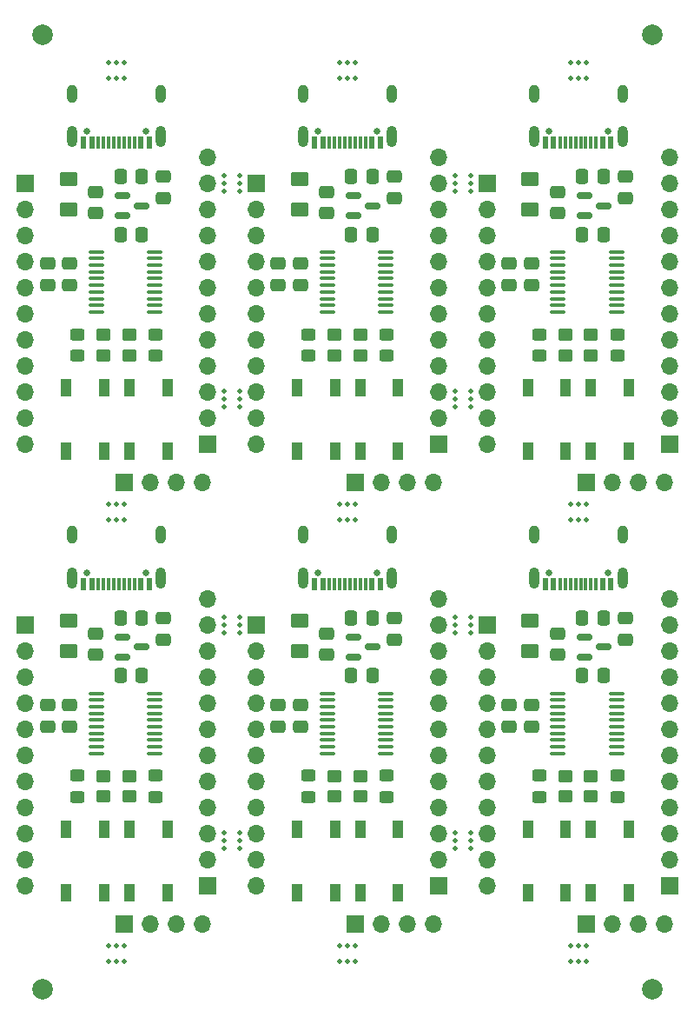
<source format=gbr>
%TF.GenerationSoftware,KiCad,Pcbnew,(6.0.8)*%
%TF.CreationDate,2023-05-03T14:57:19+02:00*%
%TF.ProjectId,Floppy Board v3.1,466c6f70-7079-4204-926f-617264207633,3.0*%
%TF.SameCoordinates,Original*%
%TF.FileFunction,Soldermask,Top*%
%TF.FilePolarity,Negative*%
%FSLAX46Y46*%
G04 Gerber Fmt 4.6, Leading zero omitted, Abs format (unit mm)*
G04 Created by KiCad (PCBNEW (6.0.8)) date 2023-05-03 14:57:19*
%MOMM*%
%LPD*%
G01*
G04 APERTURE LIST*
G04 Aperture macros list*
%AMRoundRect*
0 Rectangle with rounded corners*
0 $1 Rounding radius*
0 $2 $3 $4 $5 $6 $7 $8 $9 X,Y pos of 4 corners*
0 Add a 4 corners polygon primitive as box body*
4,1,4,$2,$3,$4,$5,$6,$7,$8,$9,$2,$3,0*
0 Add four circle primitives for the rounded corners*
1,1,$1+$1,$2,$3*
1,1,$1+$1,$4,$5*
1,1,$1+$1,$6,$7*
1,1,$1+$1,$8,$9*
0 Add four rect primitives between the rounded corners*
20,1,$1+$1,$2,$3,$4,$5,0*
20,1,$1+$1,$4,$5,$6,$7,0*
20,1,$1+$1,$6,$7,$8,$9,0*
20,1,$1+$1,$8,$9,$2,$3,0*%
G04 Aperture macros list end*
%ADD10C,0.500000*%
%ADD11C,2.000000*%
%ADD12RoundRect,0.250000X-0.475000X0.337500X-0.475000X-0.337500X0.475000X-0.337500X0.475000X0.337500X0*%
%ADD13R,1.700000X1.700000*%
%ADD14O,1.700000X1.700000*%
%ADD15RoundRect,0.250000X0.450000X-0.350000X0.450000X0.350000X-0.450000X0.350000X-0.450000X-0.350000X0*%
%ADD16RoundRect,0.250001X-0.624999X0.462499X-0.624999X-0.462499X0.624999X-0.462499X0.624999X0.462499X0*%
%ADD17RoundRect,0.250000X0.475000X-0.337500X0.475000X0.337500X-0.475000X0.337500X-0.475000X-0.337500X0*%
%ADD18RoundRect,0.150000X-0.587500X-0.150000X0.587500X-0.150000X0.587500X0.150000X-0.587500X0.150000X0*%
%ADD19RoundRect,0.100000X-0.637500X-0.100000X0.637500X-0.100000X0.637500X0.100000X-0.637500X0.100000X0*%
%ADD20RoundRect,0.250000X0.337500X0.475000X-0.337500X0.475000X-0.337500X-0.475000X0.337500X-0.475000X0*%
%ADD21C,0.650000*%
%ADD22R,0.600000X1.150000*%
%ADD23R,0.300000X1.150000*%
%ADD24O,1.000000X2.100000*%
%ADD25O,1.000000X1.800000*%
%ADD26R,1.100000X1.800000*%
%ADD27RoundRect,0.250000X0.450000X-0.325000X0.450000X0.325000X-0.450000X0.325000X-0.450000X-0.325000X0*%
%ADD28RoundRect,0.250000X-0.450000X0.350000X-0.450000X-0.350000X0.450000X-0.350000X0.450000X0.350000X0*%
G04 APERTURE END LIST*
D10*
%TO.C,mouse-bite-2mm-slot*%
X150062000Y-126058000D03*
X151562000Y-126058000D03*
X150062000Y-127558000D03*
X151562000Y-127558000D03*
X151562000Y-126808000D03*
X150062000Y-126808000D03*
%TD*%
%TO.C,mouse-bite-2mm-slot*%
X150062000Y-106558000D03*
X151562000Y-106558000D03*
X150062000Y-105058000D03*
X151562000Y-105058000D03*
X151562000Y-105808000D03*
X150062000Y-105808000D03*
%TD*%
%TO.C,mouse-bite-2mm-slot*%
X127562000Y-126058000D03*
X129062000Y-126058000D03*
X127562000Y-127558000D03*
X129062000Y-127558000D03*
X129062000Y-126808000D03*
X127562000Y-126808000D03*
%TD*%
%TO.C,mouse-bite-2mm-slot*%
X127562000Y-106558000D03*
X129062000Y-106558000D03*
X127562000Y-105058000D03*
X129062000Y-105058000D03*
X129062000Y-105808000D03*
X127562000Y-105808000D03*
%TD*%
%TO.C,mouse-bite-2mm-slot*%
X150062000Y-83058000D03*
X151562000Y-83058000D03*
X150062000Y-84558000D03*
X151562000Y-84558000D03*
X151562000Y-83808000D03*
X150062000Y-83808000D03*
%TD*%
%TO.C,mouse-bite-2mm-slot*%
X150062000Y-63558000D03*
X151562000Y-63558000D03*
X150062000Y-62058000D03*
X151562000Y-62058000D03*
X151562000Y-62808000D03*
X150062000Y-62808000D03*
%TD*%
%TO.C,mouse-bite-2mm-slot*%
X127562000Y-83058000D03*
X129062000Y-83058000D03*
X127562000Y-84558000D03*
X129062000Y-84558000D03*
X129062000Y-83808000D03*
X127562000Y-83808000D03*
%TD*%
%TO.C,mouse-bite-2mm-slot*%
X127562000Y-63558000D03*
X129062000Y-63558000D03*
X127562000Y-62058000D03*
X129062000Y-62058000D03*
X129062000Y-62808000D03*
X127562000Y-62808000D03*
%TD*%
%TO.C,mouse-bite-2mm-slot*%
X161312000Y-51058000D03*
X161312000Y-52558000D03*
X162812000Y-51058000D03*
X162812000Y-52558000D03*
X162062000Y-52558000D03*
X162062000Y-51058000D03*
%TD*%
%TO.C,mouse-bite-2mm-slot*%
X138812000Y-51058000D03*
X138812000Y-52558000D03*
X140312000Y-51058000D03*
X140312000Y-52558000D03*
X139562000Y-52558000D03*
X139562000Y-51058000D03*
%TD*%
%TO.C,mouse-bite-2mm-slot*%
X116312000Y-51058000D03*
X116312000Y-52558000D03*
X117812000Y-51058000D03*
X117812000Y-52558000D03*
X117062000Y-52558000D03*
X117062000Y-51058000D03*
%TD*%
%TO.C,mouse-bite-2mm-slot*%
X161312000Y-94058000D03*
X161312000Y-95558000D03*
X162812000Y-94058000D03*
X162812000Y-95558000D03*
X162062000Y-95558000D03*
X162062000Y-94058000D03*
%TD*%
%TO.C,mouse-bite-2mm-slot*%
X138812000Y-94058000D03*
X138812000Y-95558000D03*
X140312000Y-94058000D03*
X140312000Y-95558000D03*
X139562000Y-95558000D03*
X139562000Y-94058000D03*
%TD*%
%TO.C,mouse-bite-2mm-slot*%
X116312000Y-94058000D03*
X116312000Y-95558000D03*
X117812000Y-94058000D03*
X117812000Y-95558000D03*
X117062000Y-95558000D03*
X117062000Y-94058000D03*
%TD*%
%TO.C,mouse-bite-2mm-slot*%
X161312000Y-137058000D03*
X161312000Y-138558000D03*
X162812000Y-137058000D03*
X162812000Y-138558000D03*
X162062000Y-138558000D03*
X162062000Y-137058000D03*
%TD*%
%TO.C,mouse-bite-2mm-slot*%
X138812000Y-137058000D03*
X138812000Y-138558000D03*
X140312000Y-137058000D03*
X140312000Y-138558000D03*
X139562000Y-138558000D03*
X139562000Y-137058000D03*
%TD*%
D11*
%TO.C,REF\u002A\u002A*%
X169312000Y-48308000D03*
%TD*%
%TO.C,REF\u002A\u002A*%
X109812000Y-48308000D03*
%TD*%
%TO.C,REF\u002A\u002A*%
X169312000Y-141308000D03*
%TD*%
%TO.C,REF\u002A\u002A*%
X109812000Y-141308000D03*
%TD*%
D10*
%TO.C,mouse-bite-2mm-slot*%
X117812000Y-137058000D03*
X117062000Y-137058000D03*
X116312000Y-138558000D03*
X117812000Y-138558000D03*
X116312000Y-137058000D03*
X117062000Y-138558000D03*
%TD*%
D12*
%TO.C,C1*%
X155321000Y-113640500D03*
X155321000Y-115715500D03*
%TD*%
D13*
%TO.C,J3*%
X153162000Y-105788000D03*
D14*
X153162000Y-108328000D03*
X153162000Y-110868000D03*
X153162000Y-113408000D03*
X153162000Y-115948000D03*
X153162000Y-118488000D03*
X153162000Y-121028000D03*
X153162000Y-123568000D03*
X153162000Y-126108000D03*
X153162000Y-128648000D03*
X153162000Y-131188000D03*
%TD*%
D12*
%TO.C,C7*%
X166624000Y-105156900D03*
X166624000Y-107231900D03*
%TD*%
D13*
%TO.C,J4*%
X170942000Y-131188000D03*
D14*
X170942000Y-128648000D03*
X170942000Y-126108000D03*
X170942000Y-123568000D03*
X170942000Y-121028000D03*
X170942000Y-118488000D03*
X170942000Y-115948000D03*
X170942000Y-113408000D03*
X170942000Y-110868000D03*
X170942000Y-108328000D03*
X170942000Y-105788000D03*
X170942000Y-103248000D03*
%TD*%
D13*
%TO.C,J1*%
X162822000Y-134938000D03*
D14*
X165362000Y-134938000D03*
X167902000Y-134938000D03*
X170442000Y-134938000D03*
%TD*%
D15*
%TO.C,R4*%
X163307000Y-122536000D03*
X163307000Y-120536000D03*
%TD*%
D16*
%TO.C,F1*%
X157378400Y-105418100D03*
X157378400Y-108393100D03*
%TD*%
D17*
%TO.C,C5*%
X160020000Y-108705100D03*
X160020000Y-106630100D03*
%TD*%
D18*
%TO.C,U3*%
X162638500Y-107022400D03*
X162638500Y-108922400D03*
X164513500Y-107972400D03*
%TD*%
D19*
%TO.C,U1*%
X160078500Y-112481000D03*
X160078500Y-113131000D03*
X160078500Y-113781000D03*
X160078500Y-114431000D03*
X160078500Y-115081000D03*
X160078500Y-115731000D03*
X160078500Y-116381000D03*
X160078500Y-117031000D03*
X160078500Y-117681000D03*
X160078500Y-118331000D03*
X165803500Y-118331000D03*
X165803500Y-117681000D03*
X165803500Y-117031000D03*
X165803500Y-116381000D03*
X165803500Y-115731000D03*
X165803500Y-115081000D03*
X165803500Y-114431000D03*
X165803500Y-113781000D03*
X165803500Y-113131000D03*
X165803500Y-112481000D03*
%TD*%
D20*
%TO.C,C6*%
X164508000Y-105153000D03*
X162433000Y-105153000D03*
%TD*%
D12*
%TO.C,C2*%
X157480000Y-113640500D03*
X157480000Y-115715500D03*
%TD*%
D21*
%TO.C,J2*%
X164947000Y-100730500D03*
X159167000Y-100730500D03*
D22*
X165257000Y-101805500D03*
X164457000Y-101805500D03*
D23*
X163807000Y-101805500D03*
X163307000Y-101805500D03*
X162807000Y-101805500D03*
X162307000Y-101805500D03*
X161807000Y-101805500D03*
X161307000Y-101805500D03*
X160807000Y-101805500D03*
X160307000Y-101805500D03*
D22*
X159657000Y-101805500D03*
X158857000Y-101805500D03*
D24*
X157737000Y-101230500D03*
D25*
X157737000Y-97050500D03*
D24*
X166377000Y-101230500D03*
D25*
X166377000Y-97050500D03*
%TD*%
D26*
%TO.C,SW2*%
X157154000Y-125700400D03*
X157154000Y-131900400D03*
X160854000Y-125700400D03*
X160854000Y-131900400D03*
%TD*%
D27*
%TO.C,D2*%
X165862000Y-122561000D03*
X165862000Y-120511000D03*
%TD*%
%TO.C,D4*%
X158242000Y-122561000D03*
X158242000Y-120511000D03*
%TD*%
D20*
%TO.C,C4*%
X164511900Y-110766400D03*
X162436900Y-110766400D03*
%TD*%
D28*
%TO.C,R5*%
X160797000Y-120536000D03*
X160797000Y-122536000D03*
%TD*%
D26*
%TO.C,SW1*%
X167000800Y-131900400D03*
X167000800Y-125700400D03*
X163300800Y-125700400D03*
X163300800Y-131900400D03*
%TD*%
D12*
%TO.C,C1*%
X155321000Y-70640500D03*
X155321000Y-72715500D03*
%TD*%
D13*
%TO.C,J3*%
X153162000Y-62788000D03*
D14*
X153162000Y-65328000D03*
X153162000Y-67868000D03*
X153162000Y-70408000D03*
X153162000Y-72948000D03*
X153162000Y-75488000D03*
X153162000Y-78028000D03*
X153162000Y-80568000D03*
X153162000Y-83108000D03*
X153162000Y-85648000D03*
X153162000Y-88188000D03*
%TD*%
D12*
%TO.C,C7*%
X166624000Y-62156900D03*
X166624000Y-64231900D03*
%TD*%
D13*
%TO.C,J4*%
X170942000Y-88188000D03*
D14*
X170942000Y-85648000D03*
X170942000Y-83108000D03*
X170942000Y-80568000D03*
X170942000Y-78028000D03*
X170942000Y-75488000D03*
X170942000Y-72948000D03*
X170942000Y-70408000D03*
X170942000Y-67868000D03*
X170942000Y-65328000D03*
X170942000Y-62788000D03*
X170942000Y-60248000D03*
%TD*%
D13*
%TO.C,J1*%
X162822000Y-91938000D03*
D14*
X165362000Y-91938000D03*
X167902000Y-91938000D03*
X170442000Y-91938000D03*
%TD*%
D15*
%TO.C,R4*%
X163307000Y-79536000D03*
X163307000Y-77536000D03*
%TD*%
D16*
%TO.C,F1*%
X157378400Y-62418100D03*
X157378400Y-65393100D03*
%TD*%
D17*
%TO.C,C5*%
X160020000Y-65705100D03*
X160020000Y-63630100D03*
%TD*%
D18*
%TO.C,U3*%
X162638500Y-64022400D03*
X162638500Y-65922400D03*
X164513500Y-64972400D03*
%TD*%
D19*
%TO.C,U1*%
X160078500Y-69481000D03*
X160078500Y-70131000D03*
X160078500Y-70781000D03*
X160078500Y-71431000D03*
X160078500Y-72081000D03*
X160078500Y-72731000D03*
X160078500Y-73381000D03*
X160078500Y-74031000D03*
X160078500Y-74681000D03*
X160078500Y-75331000D03*
X165803500Y-75331000D03*
X165803500Y-74681000D03*
X165803500Y-74031000D03*
X165803500Y-73381000D03*
X165803500Y-72731000D03*
X165803500Y-72081000D03*
X165803500Y-71431000D03*
X165803500Y-70781000D03*
X165803500Y-70131000D03*
X165803500Y-69481000D03*
%TD*%
D20*
%TO.C,C6*%
X164508000Y-62153000D03*
X162433000Y-62153000D03*
%TD*%
D12*
%TO.C,C2*%
X157480000Y-70640500D03*
X157480000Y-72715500D03*
%TD*%
D21*
%TO.C,J2*%
X164947000Y-57730500D03*
X159167000Y-57730500D03*
D22*
X165257000Y-58805500D03*
X164457000Y-58805500D03*
D23*
X163807000Y-58805500D03*
X163307000Y-58805500D03*
X162807000Y-58805500D03*
X162307000Y-58805500D03*
X161807000Y-58805500D03*
X161307000Y-58805500D03*
X160807000Y-58805500D03*
X160307000Y-58805500D03*
D22*
X159657000Y-58805500D03*
X158857000Y-58805500D03*
D24*
X157737000Y-58230500D03*
D25*
X157737000Y-54050500D03*
D24*
X166377000Y-58230500D03*
D25*
X166377000Y-54050500D03*
%TD*%
D26*
%TO.C,SW2*%
X157154000Y-82700400D03*
X157154000Y-88900400D03*
X160854000Y-82700400D03*
X160854000Y-88900400D03*
%TD*%
D27*
%TO.C,D2*%
X165862000Y-79561000D03*
X165862000Y-77511000D03*
%TD*%
%TO.C,D4*%
X158242000Y-79561000D03*
X158242000Y-77511000D03*
%TD*%
D20*
%TO.C,C4*%
X164511900Y-67766400D03*
X162436900Y-67766400D03*
%TD*%
D28*
%TO.C,R5*%
X160797000Y-77536000D03*
X160797000Y-79536000D03*
%TD*%
D26*
%TO.C,SW1*%
X167000800Y-88900400D03*
X167000800Y-82700400D03*
X163300800Y-82700400D03*
X163300800Y-88900400D03*
%TD*%
D12*
%TO.C,C1*%
X132821000Y-113640500D03*
X132821000Y-115715500D03*
%TD*%
D13*
%TO.C,J3*%
X130662000Y-105788000D03*
D14*
X130662000Y-108328000D03*
X130662000Y-110868000D03*
X130662000Y-113408000D03*
X130662000Y-115948000D03*
X130662000Y-118488000D03*
X130662000Y-121028000D03*
X130662000Y-123568000D03*
X130662000Y-126108000D03*
X130662000Y-128648000D03*
X130662000Y-131188000D03*
%TD*%
D12*
%TO.C,C7*%
X144124000Y-105156900D03*
X144124000Y-107231900D03*
%TD*%
D13*
%TO.C,J4*%
X148442000Y-131188000D03*
D14*
X148442000Y-128648000D03*
X148442000Y-126108000D03*
X148442000Y-123568000D03*
X148442000Y-121028000D03*
X148442000Y-118488000D03*
X148442000Y-115948000D03*
X148442000Y-113408000D03*
X148442000Y-110868000D03*
X148442000Y-108328000D03*
X148442000Y-105788000D03*
X148442000Y-103248000D03*
%TD*%
D13*
%TO.C,J1*%
X140322000Y-134938000D03*
D14*
X142862000Y-134938000D03*
X145402000Y-134938000D03*
X147942000Y-134938000D03*
%TD*%
D15*
%TO.C,R4*%
X140807000Y-122536000D03*
X140807000Y-120536000D03*
%TD*%
D16*
%TO.C,F1*%
X134878400Y-105418100D03*
X134878400Y-108393100D03*
%TD*%
D17*
%TO.C,C5*%
X137520000Y-108705100D03*
X137520000Y-106630100D03*
%TD*%
D18*
%TO.C,U3*%
X140138500Y-107022400D03*
X140138500Y-108922400D03*
X142013500Y-107972400D03*
%TD*%
D19*
%TO.C,U1*%
X137578500Y-112481000D03*
X137578500Y-113131000D03*
X137578500Y-113781000D03*
X137578500Y-114431000D03*
X137578500Y-115081000D03*
X137578500Y-115731000D03*
X137578500Y-116381000D03*
X137578500Y-117031000D03*
X137578500Y-117681000D03*
X137578500Y-118331000D03*
X143303500Y-118331000D03*
X143303500Y-117681000D03*
X143303500Y-117031000D03*
X143303500Y-116381000D03*
X143303500Y-115731000D03*
X143303500Y-115081000D03*
X143303500Y-114431000D03*
X143303500Y-113781000D03*
X143303500Y-113131000D03*
X143303500Y-112481000D03*
%TD*%
D20*
%TO.C,C6*%
X142008000Y-105153000D03*
X139933000Y-105153000D03*
%TD*%
D12*
%TO.C,C2*%
X134980000Y-113640500D03*
X134980000Y-115715500D03*
%TD*%
D21*
%TO.C,J2*%
X142447000Y-100730500D03*
X136667000Y-100730500D03*
D22*
X142757000Y-101805500D03*
X141957000Y-101805500D03*
D23*
X141307000Y-101805500D03*
X140807000Y-101805500D03*
X140307000Y-101805500D03*
X139807000Y-101805500D03*
X139307000Y-101805500D03*
X138807000Y-101805500D03*
X138307000Y-101805500D03*
X137807000Y-101805500D03*
D22*
X137157000Y-101805500D03*
X136357000Y-101805500D03*
D24*
X135237000Y-101230500D03*
D25*
X135237000Y-97050500D03*
D24*
X143877000Y-101230500D03*
D25*
X143877000Y-97050500D03*
%TD*%
D26*
%TO.C,SW2*%
X134654000Y-125700400D03*
X134654000Y-131900400D03*
X138354000Y-125700400D03*
X138354000Y-131900400D03*
%TD*%
D27*
%TO.C,D2*%
X143362000Y-122561000D03*
X143362000Y-120511000D03*
%TD*%
%TO.C,D4*%
X135742000Y-122561000D03*
X135742000Y-120511000D03*
%TD*%
D20*
%TO.C,C4*%
X142011900Y-110766400D03*
X139936900Y-110766400D03*
%TD*%
D28*
%TO.C,R5*%
X138297000Y-120536000D03*
X138297000Y-122536000D03*
%TD*%
D26*
%TO.C,SW1*%
X144500800Y-131900400D03*
X144500800Y-125700400D03*
X140800800Y-125700400D03*
X140800800Y-131900400D03*
%TD*%
D12*
%TO.C,C1*%
X132821000Y-70640500D03*
X132821000Y-72715500D03*
%TD*%
D13*
%TO.C,J3*%
X130662000Y-62788000D03*
D14*
X130662000Y-65328000D03*
X130662000Y-67868000D03*
X130662000Y-70408000D03*
X130662000Y-72948000D03*
X130662000Y-75488000D03*
X130662000Y-78028000D03*
X130662000Y-80568000D03*
X130662000Y-83108000D03*
X130662000Y-85648000D03*
X130662000Y-88188000D03*
%TD*%
D12*
%TO.C,C7*%
X144124000Y-62156900D03*
X144124000Y-64231900D03*
%TD*%
D13*
%TO.C,J4*%
X148442000Y-88188000D03*
D14*
X148442000Y-85648000D03*
X148442000Y-83108000D03*
X148442000Y-80568000D03*
X148442000Y-78028000D03*
X148442000Y-75488000D03*
X148442000Y-72948000D03*
X148442000Y-70408000D03*
X148442000Y-67868000D03*
X148442000Y-65328000D03*
X148442000Y-62788000D03*
X148442000Y-60248000D03*
%TD*%
D13*
%TO.C,J1*%
X140322000Y-91938000D03*
D14*
X142862000Y-91938000D03*
X145402000Y-91938000D03*
X147942000Y-91938000D03*
%TD*%
D15*
%TO.C,R4*%
X140807000Y-79536000D03*
X140807000Y-77536000D03*
%TD*%
D16*
%TO.C,F1*%
X134878400Y-62418100D03*
X134878400Y-65393100D03*
%TD*%
D17*
%TO.C,C5*%
X137520000Y-65705100D03*
X137520000Y-63630100D03*
%TD*%
D18*
%TO.C,U3*%
X140138500Y-64022400D03*
X140138500Y-65922400D03*
X142013500Y-64972400D03*
%TD*%
D19*
%TO.C,U1*%
X137578500Y-69481000D03*
X137578500Y-70131000D03*
X137578500Y-70781000D03*
X137578500Y-71431000D03*
X137578500Y-72081000D03*
X137578500Y-72731000D03*
X137578500Y-73381000D03*
X137578500Y-74031000D03*
X137578500Y-74681000D03*
X137578500Y-75331000D03*
X143303500Y-75331000D03*
X143303500Y-74681000D03*
X143303500Y-74031000D03*
X143303500Y-73381000D03*
X143303500Y-72731000D03*
X143303500Y-72081000D03*
X143303500Y-71431000D03*
X143303500Y-70781000D03*
X143303500Y-70131000D03*
X143303500Y-69481000D03*
%TD*%
D20*
%TO.C,C6*%
X142008000Y-62153000D03*
X139933000Y-62153000D03*
%TD*%
D12*
%TO.C,C2*%
X134980000Y-70640500D03*
X134980000Y-72715500D03*
%TD*%
D21*
%TO.C,J2*%
X142447000Y-57730500D03*
X136667000Y-57730500D03*
D22*
X142757000Y-58805500D03*
X141957000Y-58805500D03*
D23*
X141307000Y-58805500D03*
X140807000Y-58805500D03*
X140307000Y-58805500D03*
X139807000Y-58805500D03*
X139307000Y-58805500D03*
X138807000Y-58805500D03*
X138307000Y-58805500D03*
X137807000Y-58805500D03*
D22*
X137157000Y-58805500D03*
X136357000Y-58805500D03*
D24*
X135237000Y-58230500D03*
D25*
X135237000Y-54050500D03*
D24*
X143877000Y-58230500D03*
D25*
X143877000Y-54050500D03*
%TD*%
D26*
%TO.C,SW2*%
X134654000Y-82700400D03*
X134654000Y-88900400D03*
X138354000Y-82700400D03*
X138354000Y-88900400D03*
%TD*%
D27*
%TO.C,D2*%
X143362000Y-79561000D03*
X143362000Y-77511000D03*
%TD*%
%TO.C,D4*%
X135742000Y-79561000D03*
X135742000Y-77511000D03*
%TD*%
D20*
%TO.C,C4*%
X142011900Y-67766400D03*
X139936900Y-67766400D03*
%TD*%
D28*
%TO.C,R5*%
X138297000Y-77536000D03*
X138297000Y-79536000D03*
%TD*%
D26*
%TO.C,SW1*%
X144500800Y-88900400D03*
X144500800Y-82700400D03*
X140800800Y-82700400D03*
X140800800Y-88900400D03*
%TD*%
D12*
%TO.C,C1*%
X110321000Y-113640500D03*
X110321000Y-115715500D03*
%TD*%
D13*
%TO.C,J3*%
X108162000Y-105788000D03*
D14*
X108162000Y-108328000D03*
X108162000Y-110868000D03*
X108162000Y-113408000D03*
X108162000Y-115948000D03*
X108162000Y-118488000D03*
X108162000Y-121028000D03*
X108162000Y-123568000D03*
X108162000Y-126108000D03*
X108162000Y-128648000D03*
X108162000Y-131188000D03*
%TD*%
D12*
%TO.C,C7*%
X121624000Y-105156900D03*
X121624000Y-107231900D03*
%TD*%
D13*
%TO.C,J4*%
X125942000Y-131188000D03*
D14*
X125942000Y-128648000D03*
X125942000Y-126108000D03*
X125942000Y-123568000D03*
X125942000Y-121028000D03*
X125942000Y-118488000D03*
X125942000Y-115948000D03*
X125942000Y-113408000D03*
X125942000Y-110868000D03*
X125942000Y-108328000D03*
X125942000Y-105788000D03*
X125942000Y-103248000D03*
%TD*%
D13*
%TO.C,J1*%
X117822000Y-134938000D03*
D14*
X120362000Y-134938000D03*
X122902000Y-134938000D03*
X125442000Y-134938000D03*
%TD*%
D15*
%TO.C,R4*%
X118307000Y-122536000D03*
X118307000Y-120536000D03*
%TD*%
D16*
%TO.C,F1*%
X112378400Y-105418100D03*
X112378400Y-108393100D03*
%TD*%
D17*
%TO.C,C5*%
X115020000Y-108705100D03*
X115020000Y-106630100D03*
%TD*%
D18*
%TO.C,U3*%
X117638500Y-107022400D03*
X117638500Y-108922400D03*
X119513500Y-107972400D03*
%TD*%
D19*
%TO.C,U1*%
X115078500Y-112481000D03*
X115078500Y-113131000D03*
X115078500Y-113781000D03*
X115078500Y-114431000D03*
X115078500Y-115081000D03*
X115078500Y-115731000D03*
X115078500Y-116381000D03*
X115078500Y-117031000D03*
X115078500Y-117681000D03*
X115078500Y-118331000D03*
X120803500Y-118331000D03*
X120803500Y-117681000D03*
X120803500Y-117031000D03*
X120803500Y-116381000D03*
X120803500Y-115731000D03*
X120803500Y-115081000D03*
X120803500Y-114431000D03*
X120803500Y-113781000D03*
X120803500Y-113131000D03*
X120803500Y-112481000D03*
%TD*%
D20*
%TO.C,C6*%
X119508000Y-105153000D03*
X117433000Y-105153000D03*
%TD*%
D12*
%TO.C,C2*%
X112480000Y-113640500D03*
X112480000Y-115715500D03*
%TD*%
D21*
%TO.C,J2*%
X119947000Y-100730500D03*
X114167000Y-100730500D03*
D22*
X120257000Y-101805500D03*
X119457000Y-101805500D03*
D23*
X118807000Y-101805500D03*
X118307000Y-101805500D03*
X117807000Y-101805500D03*
X117307000Y-101805500D03*
X116807000Y-101805500D03*
X116307000Y-101805500D03*
X115807000Y-101805500D03*
X115307000Y-101805500D03*
D22*
X114657000Y-101805500D03*
X113857000Y-101805500D03*
D24*
X112737000Y-101230500D03*
D25*
X112737000Y-97050500D03*
D24*
X121377000Y-101230500D03*
D25*
X121377000Y-97050500D03*
%TD*%
D26*
%TO.C,SW2*%
X112154000Y-125700400D03*
X112154000Y-131900400D03*
X115854000Y-125700400D03*
X115854000Y-131900400D03*
%TD*%
D27*
%TO.C,D2*%
X120862000Y-122561000D03*
X120862000Y-120511000D03*
%TD*%
%TO.C,D4*%
X113242000Y-122561000D03*
X113242000Y-120511000D03*
%TD*%
D20*
%TO.C,C4*%
X119511900Y-110766400D03*
X117436900Y-110766400D03*
%TD*%
D28*
%TO.C,R5*%
X115797000Y-120536000D03*
X115797000Y-122536000D03*
%TD*%
D26*
%TO.C,SW1*%
X122000800Y-131900400D03*
X122000800Y-125700400D03*
X118300800Y-125700400D03*
X118300800Y-131900400D03*
%TD*%
D27*
%TO.C,D4*%
X113242000Y-79561000D03*
X113242000Y-77511000D03*
%TD*%
D12*
%TO.C,C1*%
X110321000Y-70640500D03*
X110321000Y-72715500D03*
%TD*%
D26*
%TO.C,SW1*%
X122000800Y-88900400D03*
X122000800Y-82700400D03*
X118300800Y-82700400D03*
X118300800Y-88900400D03*
%TD*%
D28*
%TO.C,R5*%
X115797000Y-77536000D03*
X115797000Y-79536000D03*
%TD*%
D20*
%TO.C,C4*%
X119511900Y-67766400D03*
X117436900Y-67766400D03*
%TD*%
%TO.C,C6*%
X119508000Y-62153000D03*
X117433000Y-62153000D03*
%TD*%
D27*
%TO.C,D2*%
X120862000Y-79561000D03*
X120862000Y-77511000D03*
%TD*%
D13*
%TO.C,J1*%
X117822000Y-91938000D03*
D14*
X120362000Y-91938000D03*
X122902000Y-91938000D03*
X125442000Y-91938000D03*
%TD*%
D15*
%TO.C,R4*%
X118307000Y-79536000D03*
X118307000Y-77536000D03*
%TD*%
D26*
%TO.C,SW2*%
X112154000Y-82700400D03*
X112154000Y-88900400D03*
X115854000Y-82700400D03*
X115854000Y-88900400D03*
%TD*%
D17*
%TO.C,C5*%
X115020000Y-65705100D03*
X115020000Y-63630100D03*
%TD*%
D16*
%TO.C,F1*%
X112378400Y-62418100D03*
X112378400Y-65393100D03*
%TD*%
D12*
%TO.C,C2*%
X112480000Y-70640500D03*
X112480000Y-72715500D03*
%TD*%
D21*
%TO.C,J2*%
X119947000Y-57730500D03*
X114167000Y-57730500D03*
D22*
X120257000Y-58805500D03*
X119457000Y-58805500D03*
D23*
X118807000Y-58805500D03*
X118307000Y-58805500D03*
X117807000Y-58805500D03*
X117307000Y-58805500D03*
X116807000Y-58805500D03*
X116307000Y-58805500D03*
X115807000Y-58805500D03*
X115307000Y-58805500D03*
D22*
X114657000Y-58805500D03*
X113857000Y-58805500D03*
D24*
X112737000Y-58230500D03*
D25*
X112737000Y-54050500D03*
D24*
X121377000Y-58230500D03*
D25*
X121377000Y-54050500D03*
%TD*%
D18*
%TO.C,U3*%
X117638500Y-64022400D03*
X117638500Y-65922400D03*
X119513500Y-64972400D03*
%TD*%
D12*
%TO.C,C7*%
X121624000Y-62156900D03*
X121624000Y-64231900D03*
%TD*%
D19*
%TO.C,U1*%
X115078500Y-69481000D03*
X115078500Y-70131000D03*
X115078500Y-70781000D03*
X115078500Y-71431000D03*
X115078500Y-72081000D03*
X115078500Y-72731000D03*
X115078500Y-73381000D03*
X115078500Y-74031000D03*
X115078500Y-74681000D03*
X115078500Y-75331000D03*
X120803500Y-75331000D03*
X120803500Y-74681000D03*
X120803500Y-74031000D03*
X120803500Y-73381000D03*
X120803500Y-72731000D03*
X120803500Y-72081000D03*
X120803500Y-71431000D03*
X120803500Y-70781000D03*
X120803500Y-70131000D03*
X120803500Y-69481000D03*
%TD*%
D13*
%TO.C,J4*%
X125942000Y-88188000D03*
D14*
X125942000Y-85648000D03*
X125942000Y-83108000D03*
X125942000Y-80568000D03*
X125942000Y-78028000D03*
X125942000Y-75488000D03*
X125942000Y-72948000D03*
X125942000Y-70408000D03*
X125942000Y-67868000D03*
X125942000Y-65328000D03*
X125942000Y-62788000D03*
X125942000Y-60248000D03*
%TD*%
D13*
%TO.C,J3*%
X108162000Y-62788000D03*
D14*
X108162000Y-65328000D03*
X108162000Y-67868000D03*
X108162000Y-70408000D03*
X108162000Y-72948000D03*
X108162000Y-75488000D03*
X108162000Y-78028000D03*
X108162000Y-80568000D03*
X108162000Y-83108000D03*
X108162000Y-85648000D03*
X108162000Y-88188000D03*
%TD*%
M02*

</source>
